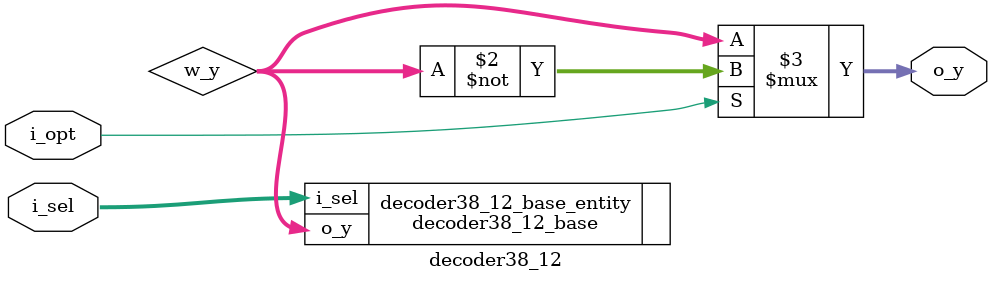
<source format=v>
module decoder38_12 (i_sel, i_opt, o_y);
    input [2:0] i_sel;
    input i_opt;
    output [7:0] o_y;
    wire [7:0] w_y;
    
    assign o_y = (i_opt == 1'b1) ? ~w_y : w_y;

    decoder38_12_base decoder38_12_base_entity (.i_sel (i_sel), .o_y (w_y));
      
endmodule

</source>
